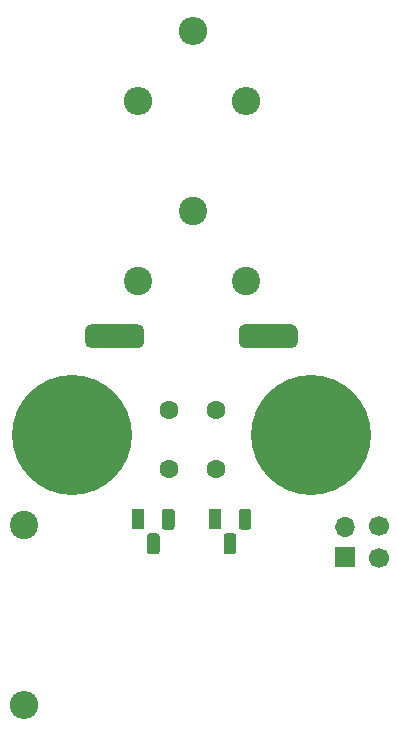
<source format=gbr>
%TF.GenerationSoftware,KiCad,Pcbnew,5.1.10*%
%TF.CreationDate,2021-10-21T14:21:38+02:00*%
%TF.ProjectId,ermerBeeperTHT,65726d65-7242-4656-9570-65725448542e,rev?*%
%TF.SameCoordinates,Original*%
%TF.FileFunction,Soldermask,Bot*%
%TF.FilePolarity,Negative*%
%FSLAX46Y46*%
G04 Gerber Fmt 4.6, Leading zero omitted, Abs format (unit mm)*
G04 Created by KiCad (PCBNEW 5.1.10) date 2021-10-21 14:21:38*
%MOMM*%
%LPD*%
G01*
G04 APERTURE LIST*
%ADD10O,2.400000X2.400000*%
%ADD11C,2.400000*%
%ADD12C,1.700000*%
%ADD13R,1.100000X1.800000*%
%ADD14C,10.160000*%
%ADD15C,1.600000*%
%ADD16O,1.700000X1.700000*%
%ADD17R,1.700000X1.700000*%
G04 APERTURE END LIST*
D10*
%TO.C,R4*%
X58300000Y-69440000D03*
D11*
X58300000Y-54200000D03*
%TD*%
D12*
%TO.C,REF\u002A\u002A*%
X88350000Y-57000000D03*
%TD*%
%TO.C,REF\u002A\u002A*%
X88350000Y-54300000D03*
%TD*%
D10*
%TO.C,R3*%
X72600000Y-12360000D03*
D11*
X72600000Y-27600000D03*
%TD*%
D10*
%TO.C,R2*%
X77100000Y-18260000D03*
D11*
X77100000Y-33500000D03*
%TD*%
D10*
%TO.C,R1*%
X68000000Y-18260000D03*
D11*
X68000000Y-33500000D03*
%TD*%
D13*
%TO.C,Q2*%
X74500000Y-53700000D03*
G36*
G01*
X76490000Y-54325000D02*
X76490000Y-53075000D01*
G75*
G02*
X76765000Y-52800000I275000J0D01*
G01*
X77315000Y-52800000D01*
G75*
G02*
X77590000Y-53075000I0J-275000D01*
G01*
X77590000Y-54325000D01*
G75*
G02*
X77315000Y-54600000I-275000J0D01*
G01*
X76765000Y-54600000D01*
G75*
G02*
X76490000Y-54325000I0J275000D01*
G01*
G37*
G36*
G01*
X75220000Y-56395000D02*
X75220000Y-55145000D01*
G75*
G02*
X75495000Y-54870000I275000J0D01*
G01*
X76045000Y-54870000D01*
G75*
G02*
X76320000Y-55145000I0J-275000D01*
G01*
X76320000Y-56395000D01*
G75*
G02*
X76045000Y-56670000I-275000J0D01*
G01*
X75495000Y-56670000D01*
G75*
G02*
X75220000Y-56395000I0J275000D01*
G01*
G37*
%TD*%
%TO.C,Q1*%
X68000000Y-53700000D03*
G36*
G01*
X69990000Y-54325000D02*
X69990000Y-53075000D01*
G75*
G02*
X70265000Y-52800000I275000J0D01*
G01*
X70815000Y-52800000D01*
G75*
G02*
X71090000Y-53075000I0J-275000D01*
G01*
X71090000Y-54325000D01*
G75*
G02*
X70815000Y-54600000I-275000J0D01*
G01*
X70265000Y-54600000D01*
G75*
G02*
X69990000Y-54325000I0J275000D01*
G01*
G37*
G36*
G01*
X68720000Y-56395000D02*
X68720000Y-55145000D01*
G75*
G02*
X68995000Y-54870000I275000J0D01*
G01*
X69545000Y-54870000D01*
G75*
G02*
X69820000Y-55145000I0J-275000D01*
G01*
X69820000Y-56395000D01*
G75*
G02*
X69545000Y-56670000I-275000J0D01*
G01*
X68995000Y-56670000D01*
G75*
G02*
X68720000Y-56395000I0J275000D01*
G01*
G37*
%TD*%
%TO.C,LS1*%
G36*
G01*
X68500000Y-37700000D02*
X68500000Y-38700000D01*
G75*
G02*
X68000000Y-39200000I-500000J0D01*
G01*
X64000000Y-39200000D01*
G75*
G02*
X63500000Y-38700000I0J500000D01*
G01*
X63500000Y-37700000D01*
G75*
G02*
X64000000Y-37200000I500000J0D01*
G01*
X68000000Y-37200000D01*
G75*
G02*
X68500000Y-37700000I0J-500000D01*
G01*
G37*
G36*
G01*
X81500000Y-37700000D02*
X81500000Y-38700000D01*
G75*
G02*
X81000000Y-39200000I-500000J0D01*
G01*
X77000000Y-39200000D01*
G75*
G02*
X76500000Y-38700000I0J500000D01*
G01*
X76500000Y-37700000D01*
G75*
G02*
X77000000Y-37200000I500000J0D01*
G01*
X81000000Y-37200000D01*
G75*
G02*
X81500000Y-37700000I0J-500000D01*
G01*
G37*
%TD*%
D14*
%TO.C,J2*%
X82600000Y-46600000D03*
%TD*%
%TO.C,J1*%
X62400000Y-46600000D03*
%TD*%
D15*
%TO.C,C2*%
X74600000Y-49400000D03*
X74600000Y-44400000D03*
%TD*%
%TO.C,C1*%
X70600000Y-49400000D03*
X70600000Y-44400000D03*
%TD*%
D16*
%TO.C,BAT1*%
X85500000Y-54310000D03*
D17*
X85500000Y-56850000D03*
%TD*%
M02*

</source>
